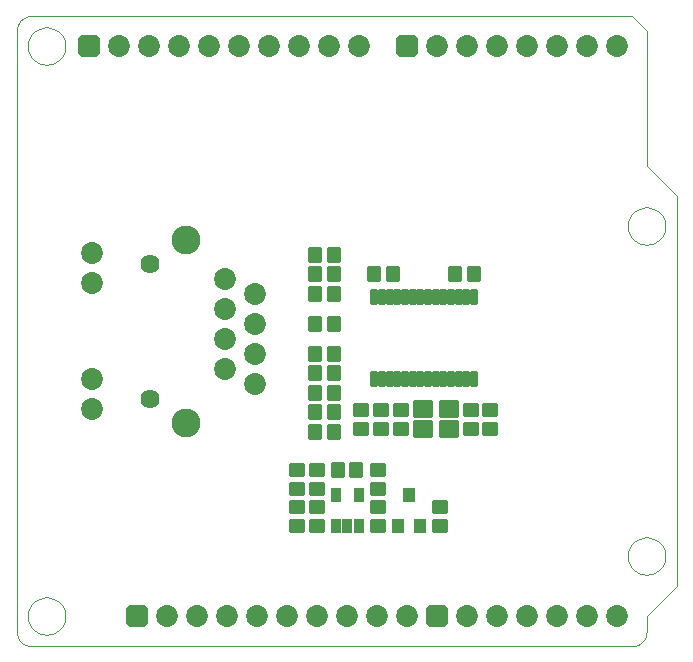
<source format=gbr>
G04 PROTEUS RS274X GERBER FILE*
%FSLAX45Y45*%
%MOMM*%
G01*
%AMPPAD021*
4,1,36,
-0.495200,0.927000,
0.495200,0.927000,
0.583490,0.918410,
0.665130,0.893690,
0.738560,0.854420,
0.802180,0.802180,
0.854420,0.738560,
0.893690,0.665130,
0.918410,0.583490,
0.927000,0.495200,
0.927000,-0.495200,
0.918410,-0.583490,
0.893690,-0.665130,
0.854420,-0.738560,
0.802180,-0.802180,
0.738560,-0.854420,
0.665130,-0.893690,
0.583490,-0.918410,
0.495200,-0.927000,
-0.495200,-0.927000,
-0.583490,-0.918410,
-0.665130,-0.893690,
-0.738560,-0.854420,
-0.802180,-0.802180,
-0.854420,-0.738560,
-0.893690,-0.665130,
-0.918410,-0.583490,
-0.927000,-0.495200,
-0.927000,0.495200,
-0.918410,0.583490,
-0.893690,0.665130,
-0.854420,0.738560,
-0.802180,0.802180,
-0.738560,0.854420,
-0.665130,0.893690,
-0.583490,0.918410,
-0.495200,0.927000,
0*%
%ADD29PPAD021*%
%ADD72C,1.854000*%
%ADD16C,2.440000*%
%ADD17C,1.620000*%
%AMPPAD023*
4,1,36,
-0.175000,0.677000,
0.175000,0.677000,
0.200970,0.674470,
0.224980,0.667200,
0.246580,0.655650,
0.265290,0.640290,
0.280650,0.621570,
0.292200,0.599980,
0.299470,0.575970,
0.302000,0.550000,
0.302000,-0.550000,
0.299470,-0.575970,
0.292200,-0.599980,
0.280650,-0.621570,
0.265290,-0.640290,
0.246580,-0.655650,
0.224980,-0.667200,
0.200970,-0.674470,
0.175000,-0.677000,
-0.175000,-0.677000,
-0.200970,-0.674470,
-0.224980,-0.667200,
-0.246580,-0.655650,
-0.265290,-0.640290,
-0.280650,-0.621570,
-0.292200,-0.599980,
-0.299470,-0.575970,
-0.302000,-0.550000,
-0.302000,0.550000,
-0.299470,0.575970,
-0.292200,0.599980,
-0.280650,0.621570,
-0.265290,0.640290,
-0.246580,0.655650,
-0.224980,0.667200,
-0.200970,0.674470,
-0.175000,0.677000,
0*%
%ADD73PPAD023*%
%AMPPAD024*
4,1,36,
0.450000,-0.652000,
-0.450000,-0.652000,
-0.475970,-0.649470,
-0.499980,-0.642200,
-0.521580,-0.630650,
-0.540290,-0.615290,
-0.555650,-0.596570,
-0.567200,-0.574980,
-0.574470,-0.550970,
-0.577000,-0.525000,
-0.577000,0.525000,
-0.574470,0.550970,
-0.567200,0.574980,
-0.555650,0.596570,
-0.540290,0.615290,
-0.521580,0.630650,
-0.499980,0.642200,
-0.475970,0.649470,
-0.450000,0.652000,
0.450000,0.652000,
0.475970,0.649470,
0.499980,0.642200,
0.521580,0.630650,
0.540290,0.615290,
0.555650,0.596570,
0.567200,0.574980,
0.574470,0.550970,
0.577000,0.525000,
0.577000,-0.525000,
0.574470,-0.550970,
0.567200,-0.574980,
0.555650,-0.596570,
0.540290,-0.615290,
0.521580,-0.630650,
0.499980,-0.642200,
0.475970,-0.649470,
0.450000,-0.652000,
0*%
%ADD30PPAD024*%
%AMPPAD025*
4,1,36,
-0.700000,0.727000,
0.700000,0.727000,
0.725970,0.724470,
0.749980,0.717200,
0.771580,0.705650,
0.790290,0.690290,
0.805650,0.671570,
0.817200,0.649980,
0.824470,0.625970,
0.827000,0.600000,
0.827000,-0.600000,
0.824470,-0.625970,
0.817200,-0.649980,
0.805650,-0.671570,
0.790290,-0.690290,
0.771580,-0.705650,
0.749980,-0.717200,
0.725970,-0.724470,
0.700000,-0.727000,
-0.700000,-0.727000,
-0.725970,-0.724470,
-0.749980,-0.717200,
-0.771580,-0.705650,
-0.790290,-0.690290,
-0.805650,-0.671570,
-0.817200,-0.649980,
-0.824470,-0.625970,
-0.827000,-0.600000,
-0.827000,0.600000,
-0.824470,0.625970,
-0.817200,0.649980,
-0.805650,0.671570,
-0.790290,0.690290,
-0.771580,0.705650,
-0.749980,0.717200,
-0.725970,0.724470,
-0.700000,0.727000,
0*%
%ADD31PPAD025*%
%AMPPAD026*
4,1,36,
0.652000,0.450000,
0.652000,-0.450000,
0.649470,-0.475970,
0.642200,-0.499980,
0.630650,-0.521580,
0.615290,-0.540290,
0.596570,-0.555650,
0.574980,-0.567200,
0.550970,-0.574470,
0.525000,-0.577000,
-0.525000,-0.577000,
-0.550970,-0.574470,
-0.574980,-0.567200,
-0.596570,-0.555650,
-0.615290,-0.540290,
-0.630650,-0.521580,
-0.642200,-0.499980,
-0.649470,-0.475970,
-0.652000,-0.450000,
-0.652000,0.450000,
-0.649470,0.475970,
-0.642200,0.499980,
-0.630650,0.521580,
-0.615290,0.540290,
-0.596570,0.555650,
-0.574980,0.567200,
-0.550970,0.574470,
-0.525000,0.577000,
0.525000,0.577000,
0.550970,0.574470,
0.574980,0.567200,
0.596570,0.555650,
0.615290,0.540290,
0.630650,0.521580,
0.642200,0.499980,
0.649470,0.475970,
0.652000,0.450000,
0*%
%ADD32PPAD026*%
%AMPPAD027*
4,1,36,
-0.330000,0.627000,
0.330000,0.627000,
0.355970,0.624470,
0.379980,0.617200,
0.401580,0.605650,
0.420290,0.590290,
0.435650,0.571570,
0.447200,0.549980,
0.454470,0.525970,
0.457000,0.500000,
0.457000,-0.500000,
0.454470,-0.525970,
0.447200,-0.549980,
0.435650,-0.571570,
0.420290,-0.590290,
0.401580,-0.605650,
0.379980,-0.617200,
0.355970,-0.624470,
0.330000,-0.627000,
-0.330000,-0.627000,
-0.355970,-0.624470,
-0.379980,-0.617200,
-0.401580,-0.605650,
-0.420290,-0.590290,
-0.435650,-0.571570,
-0.447200,-0.549980,
-0.454470,-0.525970,
-0.457000,-0.500000,
-0.457000,0.500000,
-0.454470,0.525970,
-0.447200,0.549980,
-0.435650,0.571570,
-0.420290,0.590290,
-0.401580,0.605650,
-0.379980,0.617200,
-0.355970,0.624470,
-0.330000,0.627000,
0*%
%ADD33PPAD027*%
%AMPPAD028*
4,1,36,
0.355600,-0.622300,
-0.355600,-0.622300,
-0.381570,-0.619770,
-0.405580,-0.612500,
-0.427180,-0.600950,
-0.445890,-0.585590,
-0.461250,-0.566870,
-0.472800,-0.545280,
-0.480070,-0.521270,
-0.482600,-0.495300,
-0.482600,0.495300,
-0.480070,0.521270,
-0.472800,0.545280,
-0.461250,0.566870,
-0.445890,0.585590,
-0.427180,0.600950,
-0.405580,0.612500,
-0.381570,0.619770,
-0.355600,0.622300,
0.355600,0.622300,
0.381570,0.619770,
0.405580,0.612500,
0.427180,0.600950,
0.445890,0.585590,
0.461250,0.566870,
0.472800,0.545280,
0.480070,0.521270,
0.482600,0.495300,
0.482600,-0.495300,
0.480070,-0.521270,
0.472800,-0.545280,
0.461250,-0.566870,
0.445890,-0.585590,
0.427180,-0.600950,
0.405580,-0.612500,
0.381570,-0.619770,
0.355600,-0.622300,
0*%
%ADD34PPAD028*%
%ADD22C,0.025400*%
D29*
X+1016000Y+254000D03*
D72*
X+1270000Y+254000D03*
X+1524000Y+254000D03*
X+1778000Y+254000D03*
X+2032000Y+254000D03*
X+2286000Y+254000D03*
X+2540000Y+254000D03*
X+2794000Y+254000D03*
X+3048000Y+254000D03*
X+3302000Y+254000D03*
D29*
X+3556000Y+254000D03*
D72*
X+3810000Y+254000D03*
X+4064000Y+254000D03*
X+4318000Y+254000D03*
X+4572000Y+254000D03*
X+4826000Y+254000D03*
X+5080000Y+254000D03*
D29*
X+609600Y+5080000D03*
D72*
X+863600Y+5080000D03*
X+1117600Y+5080000D03*
X+1371600Y+5080000D03*
X+1625600Y+5080000D03*
X+1879600Y+5080000D03*
X+2133600Y+5080000D03*
X+2387600Y+5080000D03*
X+2641600Y+5080000D03*
X+2895600Y+5080000D03*
D29*
X+3302000Y+5080000D03*
D72*
X+3556000Y+5080000D03*
X+3810000Y+5080000D03*
X+4064000Y+5080000D03*
X+4318000Y+5080000D03*
X+4572000Y+5080000D03*
X+4826000Y+5080000D03*
X+5080000Y+5080000D03*
X+1765300Y+3111500D03*
X+2019300Y+2984500D03*
X+1765300Y+2857500D03*
X+2019300Y+2730500D03*
X+1765300Y+2603500D03*
X+2019300Y+2476500D03*
X+1765300Y+2349500D03*
X+2019300Y+2222500D03*
X+640300Y+3329500D03*
X+640300Y+3075500D03*
X+640300Y+2258500D03*
X+640300Y+2004500D03*
D16*
X+1435300Y+3441500D03*
X+1435300Y+1892500D03*
D17*
X+1130300Y+3238500D03*
X+1130300Y+2095500D03*
D73*
X+3873500Y+2959100D03*
X+3808500Y+2959100D03*
X+3743500Y+2959100D03*
X+3678500Y+2959100D03*
X+3613500Y+2959100D03*
X+3548500Y+2959100D03*
X+3483500Y+2959100D03*
X+3418500Y+2959100D03*
X+3353500Y+2959100D03*
X+3288500Y+2959100D03*
X+3223500Y+2959100D03*
X+3158500Y+2959100D03*
X+3093500Y+2959100D03*
X+3028500Y+2959100D03*
X+3028500Y+2259100D03*
X+3093500Y+2259100D03*
X+3158500Y+2259100D03*
X+3223500Y+2259100D03*
X+3288500Y+2259100D03*
X+3353500Y+2259100D03*
X+3418500Y+2259100D03*
X+3483500Y+2259100D03*
X+3548500Y+2259100D03*
X+3613500Y+2259100D03*
X+3678500Y+2259100D03*
X+3743500Y+2259100D03*
X+3808500Y+2259100D03*
X+3873500Y+2259100D03*
D30*
X+2687300Y+2476500D03*
X+2527300Y+2476500D03*
X+2527300Y+2311400D03*
X+2687300Y+2311400D03*
X+2687300Y+2730500D03*
X+2527300Y+2730500D03*
X+2527300Y+2984500D03*
X+2687300Y+2984500D03*
X+2687300Y+2146300D03*
X+2527300Y+2146300D03*
X+2687300Y+3149600D03*
X+2527300Y+3149600D03*
X+2687300Y+3314700D03*
X+2527300Y+3314700D03*
D31*
X+3440550Y+1835100D03*
X+3660550Y+1835100D03*
X+3660550Y+2005100D03*
X+3440550Y+2005100D03*
D30*
X+3873500Y+3149600D03*
X+3713500Y+3149600D03*
X+3028500Y+3149600D03*
X+3188500Y+3149600D03*
X+2527300Y+1981200D03*
X+2687300Y+1981200D03*
X+2527300Y+1816100D03*
X+2687300Y+1816100D03*
D32*
X+3250050Y+1995100D03*
X+3250050Y+1835100D03*
X+3844700Y+1835100D03*
X+3844700Y+1995100D03*
X+4009800Y+1995100D03*
X+4009800Y+1835100D03*
X+2917600Y+1995100D03*
X+2917600Y+1835100D03*
X+3082700Y+1995100D03*
X+3082700Y+1835100D03*
D33*
X+2705100Y+1016000D03*
X+2800100Y+1016000D03*
X+2895100Y+1016000D03*
X+2895100Y+1276000D03*
X+2705100Y+1276000D03*
D34*
X+3225800Y+1016000D03*
X+3416300Y+1016000D03*
X+3319780Y+1277620D03*
D32*
X+2540000Y+1016000D03*
X+2540000Y+1176000D03*
X+3587750Y+1016000D03*
X+3587750Y+1176000D03*
X+3060700Y+1327150D03*
X+3060700Y+1487150D03*
X+3060700Y+1016000D03*
X+3060700Y+1176000D03*
X+2540000Y+1487150D03*
X+2540000Y+1327150D03*
X+2374900Y+1487150D03*
X+2374900Y+1327150D03*
D30*
X+2876550Y+1487150D03*
X+2716550Y+1487150D03*
D32*
X+2374900Y+1016000D03*
X+2374900Y+1176000D03*
D22*
X+5492750Y+762000D02*
X+5492220Y+774958D01*
X+5487916Y+800876D01*
X+5478925Y+826794D01*
X+5464280Y+852712D01*
X+5441876Y+878466D01*
X+5415958Y+897958D01*
X+5390040Y+910530D01*
X+5364122Y+917866D01*
X+5338204Y+920694D01*
X+5334000Y+920750D01*
X+5175250Y+762000D02*
X+5175780Y+774958D01*
X+5180084Y+800876D01*
X+5189075Y+826794D01*
X+5203720Y+852712D01*
X+5226124Y+878466D01*
X+5252042Y+897958D01*
X+5277960Y+910530D01*
X+5303878Y+917866D01*
X+5329796Y+920694D01*
X+5334000Y+920750D01*
X+5175250Y+762000D02*
X+5175780Y+749042D01*
X+5180084Y+723124D01*
X+5189075Y+697206D01*
X+5203720Y+671288D01*
X+5226124Y+645534D01*
X+5252042Y+626042D01*
X+5277960Y+613470D01*
X+5303878Y+606134D01*
X+5329796Y+603306D01*
X+5334000Y+603250D01*
X+5492750Y+762000D02*
X+5492220Y+749042D01*
X+5487916Y+723124D01*
X+5478925Y+697206D01*
X+5464280Y+671288D01*
X+5441876Y+645534D01*
X+5415958Y+626042D01*
X+5390040Y+613470D01*
X+5364122Y+606134D01*
X+5338204Y+603306D01*
X+5334000Y+603250D01*
X+5492750Y+3556000D02*
X+5492220Y+3568958D01*
X+5487916Y+3594876D01*
X+5478925Y+3620794D01*
X+5464280Y+3646712D01*
X+5441876Y+3672466D01*
X+5415958Y+3691958D01*
X+5390040Y+3704530D01*
X+5364122Y+3711866D01*
X+5338204Y+3714694D01*
X+5334000Y+3714750D01*
X+5175250Y+3556000D02*
X+5175780Y+3568958D01*
X+5180084Y+3594876D01*
X+5189075Y+3620794D01*
X+5203720Y+3646712D01*
X+5226124Y+3672466D01*
X+5252042Y+3691958D01*
X+5277960Y+3704530D01*
X+5303878Y+3711866D01*
X+5329796Y+3714694D01*
X+5334000Y+3714750D01*
X+5175250Y+3556000D02*
X+5175780Y+3543042D01*
X+5180084Y+3517124D01*
X+5189075Y+3491206D01*
X+5203720Y+3465288D01*
X+5226124Y+3439534D01*
X+5252042Y+3420042D01*
X+5277960Y+3407470D01*
X+5303878Y+3400134D01*
X+5329796Y+3397306D01*
X+5334000Y+3397250D01*
X+5492750Y+3556000D02*
X+5492220Y+3543042D01*
X+5487916Y+3517124D01*
X+5478925Y+3491206D01*
X+5464280Y+3465288D01*
X+5441876Y+3439534D01*
X+5415958Y+3420042D01*
X+5390040Y+3407470D01*
X+5364122Y+3400134D01*
X+5338204Y+3397306D01*
X+5334000Y+3397250D01*
X+412750Y+5080000D02*
X+412220Y+5092958D01*
X+407916Y+5118876D01*
X+398925Y+5144794D01*
X+384280Y+5170712D01*
X+361876Y+5196466D01*
X+335958Y+5215958D01*
X+310040Y+5228530D01*
X+284122Y+5235866D01*
X+258204Y+5238694D01*
X+254000Y+5238750D01*
X+95250Y+5080000D02*
X+95780Y+5092958D01*
X+100084Y+5118876D01*
X+109075Y+5144794D01*
X+123720Y+5170712D01*
X+146124Y+5196466D01*
X+172042Y+5215958D01*
X+197960Y+5228530D01*
X+223878Y+5235866D01*
X+249796Y+5238694D01*
X+254000Y+5238750D01*
X+95250Y+5080000D02*
X+95780Y+5067042D01*
X+100084Y+5041124D01*
X+109075Y+5015206D01*
X+123720Y+4989288D01*
X+146124Y+4963534D01*
X+172042Y+4944042D01*
X+197960Y+4931470D01*
X+223878Y+4924134D01*
X+249796Y+4921306D01*
X+254000Y+4921250D01*
X+412750Y+5080000D02*
X+412220Y+5067042D01*
X+407916Y+5041124D01*
X+398925Y+5015206D01*
X+384280Y+4989288D01*
X+361876Y+4963534D01*
X+335958Y+4944042D01*
X+310040Y+4931470D01*
X+284122Y+4924134D01*
X+258204Y+4921306D01*
X+254000Y+4921250D01*
X+412750Y+254000D02*
X+412220Y+266958D01*
X+407916Y+292876D01*
X+398925Y+318794D01*
X+384280Y+344712D01*
X+361876Y+370466D01*
X+335958Y+389958D01*
X+310040Y+402530D01*
X+284122Y+409866D01*
X+258204Y+412694D01*
X+254000Y+412750D01*
X+95250Y+254000D02*
X+95780Y+266958D01*
X+100084Y+292876D01*
X+109075Y+318794D01*
X+123720Y+344712D01*
X+146124Y+370466D01*
X+172042Y+389958D01*
X+197960Y+402530D01*
X+223878Y+409866D01*
X+249796Y+412694D01*
X+254000Y+412750D01*
X+95250Y+254000D02*
X+95780Y+241042D01*
X+100084Y+215124D01*
X+109075Y+189206D01*
X+123720Y+163288D01*
X+146124Y+137534D01*
X+172042Y+118042D01*
X+197960Y+105470D01*
X+223878Y+98134D01*
X+249796Y+95306D01*
X+254000Y+95250D01*
X+412750Y+254000D02*
X+412220Y+241042D01*
X+407916Y+215124D01*
X+398925Y+189206D01*
X+384280Y+163288D01*
X+361876Y+137534D01*
X+335958Y+118042D01*
X+310040Y+105470D01*
X+284122Y+98134D01*
X+258204Y+95306D01*
X+254000Y+95250D01*
X+0Y+127000D02*
X+2527Y+101032D01*
X+9798Y+77018D01*
X+21348Y+55423D01*
X+36711Y+36711D01*
X+55423Y+21347D01*
X+77018Y+9798D01*
X+101032Y+2527D01*
X+127000Y+0D01*
X+5207000Y+0D01*
X+5232967Y+2527D01*
X+5256981Y+9798D01*
X+5278577Y+21347D01*
X+5297289Y+36711D01*
X+5312652Y+55423D01*
X+5324202Y+77018D01*
X+5331473Y+101032D01*
X+5334000Y+127000D01*
X+5334000Y+254000D01*
X+5588000Y+508000D01*
X+5588000Y+3810000D01*
X+5334000Y+4064000D01*
X+5334000Y+5207000D01*
X+5207000Y+5334000D01*
X+127000Y+5334000D01*
X+101032Y+5331473D01*
X+77018Y+5324202D01*
X+55423Y+5312652D01*
X+36711Y+5297289D01*
X+21348Y+5278577D01*
X+9798Y+5256981D01*
X+2527Y+5232967D01*
X+0Y+5207000D01*
X+0Y+127000D01*
M02*

</source>
